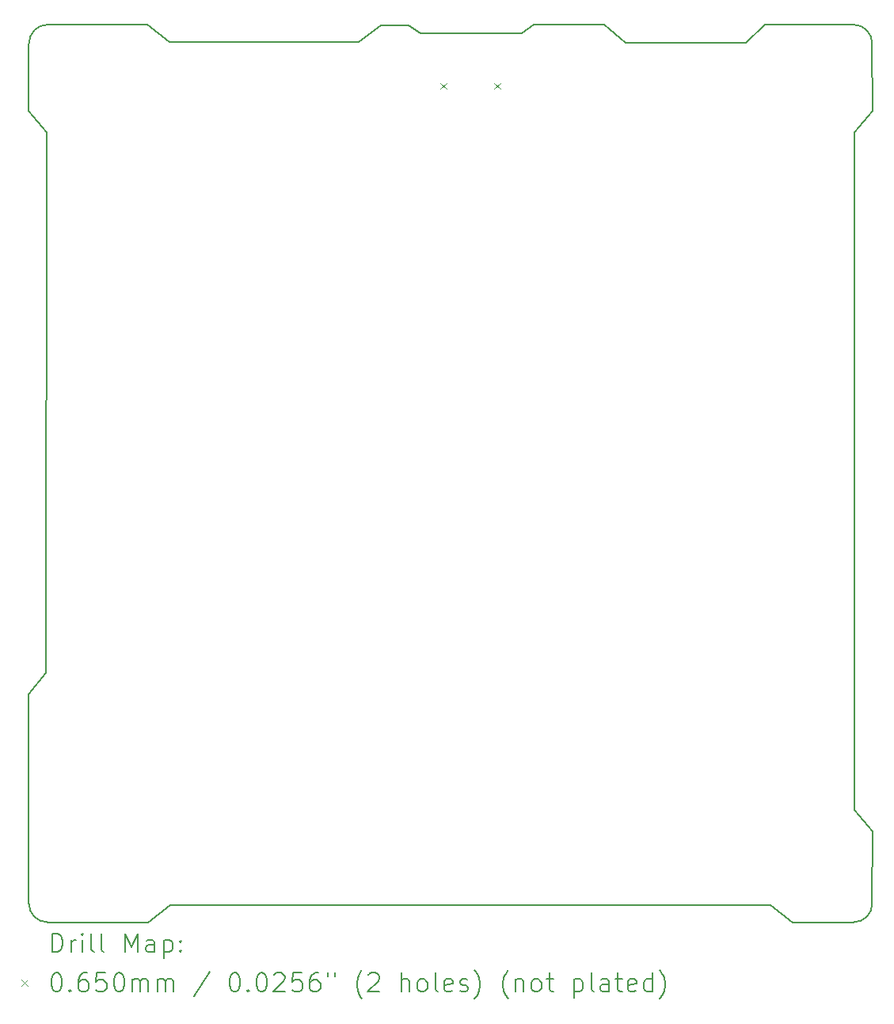
<source format=gbr>
%TF.GenerationSoftware,KiCad,Pcbnew,8.0.8*%
%TF.CreationDate,2025-03-29T21:42:38-04:00*%
%TF.ProjectId,ADCS_board,41444353-5f62-46f6-9172-642e6b696361,v1.2*%
%TF.SameCoordinates,Original*%
%TF.FileFunction,Drillmap*%
%TF.FilePolarity,Positive*%
%FSLAX45Y45*%
G04 Gerber Fmt 4.5, Leading zero omitted, Abs format (unit mm)*
G04 Created by KiCad (PCBNEW 8.0.8) date 2025-03-29 21:42:38*
%MOMM*%
%LPD*%
G01*
G04 APERTURE LIST*
%ADD10C,0.150000*%
%ADD11C,0.200000*%
%ADD12C,0.100000*%
G04 APERTURE END LIST*
D10*
X9833610Y-5448910D02*
G75*
G02*
X10033610Y-5248910I200000J0D01*
G01*
X10033610Y-14837410D02*
G75*
G02*
X9833610Y-14637410I0J200000D01*
G01*
X18850610Y-14637410D02*
G75*
G02*
X18650610Y-14837410I-200000J0D01*
G01*
X15227610Y-5249910D02*
X15100610Y-5338810D01*
X14021110Y-5338810D02*
X13893110Y-5252720D01*
X11100160Y-5249020D02*
X10033610Y-5248910D01*
X18650610Y-5248910D02*
G75*
G02*
X18850610Y-5448910I0J-200000D01*
G01*
X15983160Y-5249910D02*
X15227610Y-5249910D01*
X9830020Y-12404840D02*
X9833610Y-14637410D01*
X15100610Y-5338810D02*
X14021110Y-5338810D01*
X11343640Y-14650720D02*
X11109960Y-14838680D01*
X18850610Y-5448910D02*
X18851880Y-6167120D01*
X18851880Y-13868400D02*
X18850610Y-14637410D01*
X18650610Y-14837410D02*
X17998440Y-14837410D01*
X11109960Y-14838680D02*
X10033610Y-14837410D01*
X10017980Y-12171160D02*
X10023000Y-6400800D01*
X17500000Y-5438980D02*
X17700000Y-5248910D01*
X11333840Y-5436980D02*
X13360400Y-5436980D01*
X17762830Y-14650720D02*
X11343640Y-14650720D01*
X9833610Y-5448910D02*
X9833020Y-6167120D01*
X13893110Y-5252720D02*
X13594080Y-5252720D01*
X16216840Y-5438980D02*
X15983160Y-5249910D01*
X10023000Y-6400800D02*
X9833020Y-6167120D01*
X13360400Y-5436980D02*
X13594080Y-5252720D01*
X18658840Y-13634720D02*
X18851880Y-13868400D01*
X18663920Y-6400800D02*
X18851880Y-6167120D01*
X10017980Y-12171160D02*
X9830020Y-12404840D01*
X11333840Y-5436980D02*
X11100160Y-5249020D01*
X18663920Y-6400800D02*
X18663920Y-8605520D01*
X17762830Y-14650720D02*
X17998440Y-14837410D01*
X18650610Y-5248910D02*
X17700000Y-5248910D01*
X16216840Y-5438980D02*
X17500000Y-5438980D01*
X18663920Y-8605520D02*
X18658840Y-13634720D01*
D11*
D12*
X14234200Y-5872800D02*
X14299200Y-5937800D01*
X14299200Y-5872800D02*
X14234200Y-5937800D01*
X14811200Y-5872800D02*
X14876200Y-5937800D01*
X14876200Y-5872800D02*
X14811200Y-5937800D01*
D11*
X10083297Y-15157664D02*
X10083297Y-14957664D01*
X10083297Y-14957664D02*
X10130916Y-14957664D01*
X10130916Y-14957664D02*
X10159487Y-14967188D01*
X10159487Y-14967188D02*
X10178535Y-14986235D01*
X10178535Y-14986235D02*
X10188059Y-15005283D01*
X10188059Y-15005283D02*
X10197583Y-15043378D01*
X10197583Y-15043378D02*
X10197583Y-15071949D01*
X10197583Y-15071949D02*
X10188059Y-15110045D01*
X10188059Y-15110045D02*
X10178535Y-15129092D01*
X10178535Y-15129092D02*
X10159487Y-15148140D01*
X10159487Y-15148140D02*
X10130916Y-15157664D01*
X10130916Y-15157664D02*
X10083297Y-15157664D01*
X10283297Y-15157664D02*
X10283297Y-15024330D01*
X10283297Y-15062426D02*
X10292821Y-15043378D01*
X10292821Y-15043378D02*
X10302344Y-15033854D01*
X10302344Y-15033854D02*
X10321392Y-15024330D01*
X10321392Y-15024330D02*
X10340440Y-15024330D01*
X10407106Y-15157664D02*
X10407106Y-15024330D01*
X10407106Y-14957664D02*
X10397583Y-14967188D01*
X10397583Y-14967188D02*
X10407106Y-14976711D01*
X10407106Y-14976711D02*
X10416630Y-14967188D01*
X10416630Y-14967188D02*
X10407106Y-14957664D01*
X10407106Y-14957664D02*
X10407106Y-14976711D01*
X10530916Y-15157664D02*
X10511868Y-15148140D01*
X10511868Y-15148140D02*
X10502344Y-15129092D01*
X10502344Y-15129092D02*
X10502344Y-14957664D01*
X10635678Y-15157664D02*
X10616630Y-15148140D01*
X10616630Y-15148140D02*
X10607106Y-15129092D01*
X10607106Y-15129092D02*
X10607106Y-14957664D01*
X10864249Y-15157664D02*
X10864249Y-14957664D01*
X10864249Y-14957664D02*
X10930916Y-15100521D01*
X10930916Y-15100521D02*
X10997583Y-14957664D01*
X10997583Y-14957664D02*
X10997583Y-15157664D01*
X11178535Y-15157664D02*
X11178535Y-15052902D01*
X11178535Y-15052902D02*
X11169011Y-15033854D01*
X11169011Y-15033854D02*
X11149964Y-15024330D01*
X11149964Y-15024330D02*
X11111868Y-15024330D01*
X11111868Y-15024330D02*
X11092821Y-15033854D01*
X11178535Y-15148140D02*
X11159487Y-15157664D01*
X11159487Y-15157664D02*
X11111868Y-15157664D01*
X11111868Y-15157664D02*
X11092821Y-15148140D01*
X11092821Y-15148140D02*
X11083297Y-15129092D01*
X11083297Y-15129092D02*
X11083297Y-15110045D01*
X11083297Y-15110045D02*
X11092821Y-15090997D01*
X11092821Y-15090997D02*
X11111868Y-15081473D01*
X11111868Y-15081473D02*
X11159487Y-15081473D01*
X11159487Y-15081473D02*
X11178535Y-15071949D01*
X11273773Y-15024330D02*
X11273773Y-15224330D01*
X11273773Y-15033854D02*
X11292821Y-15024330D01*
X11292821Y-15024330D02*
X11330916Y-15024330D01*
X11330916Y-15024330D02*
X11349963Y-15033854D01*
X11349963Y-15033854D02*
X11359487Y-15043378D01*
X11359487Y-15043378D02*
X11369011Y-15062426D01*
X11369011Y-15062426D02*
X11369011Y-15119568D01*
X11369011Y-15119568D02*
X11359487Y-15138616D01*
X11359487Y-15138616D02*
X11349963Y-15148140D01*
X11349963Y-15148140D02*
X11330916Y-15157664D01*
X11330916Y-15157664D02*
X11292821Y-15157664D01*
X11292821Y-15157664D02*
X11273773Y-15148140D01*
X11454725Y-15138616D02*
X11464249Y-15148140D01*
X11464249Y-15148140D02*
X11454725Y-15157664D01*
X11454725Y-15157664D02*
X11445202Y-15148140D01*
X11445202Y-15148140D02*
X11454725Y-15138616D01*
X11454725Y-15138616D02*
X11454725Y-15157664D01*
X11454725Y-15033854D02*
X11464249Y-15043378D01*
X11464249Y-15043378D02*
X11454725Y-15052902D01*
X11454725Y-15052902D02*
X11445202Y-15043378D01*
X11445202Y-15043378D02*
X11454725Y-15033854D01*
X11454725Y-15033854D02*
X11454725Y-15052902D01*
D12*
X9757520Y-15453680D02*
X9822520Y-15518680D01*
X9822520Y-15453680D02*
X9757520Y-15518680D01*
D11*
X10121392Y-15377664D02*
X10140440Y-15377664D01*
X10140440Y-15377664D02*
X10159487Y-15387188D01*
X10159487Y-15387188D02*
X10169011Y-15396711D01*
X10169011Y-15396711D02*
X10178535Y-15415759D01*
X10178535Y-15415759D02*
X10188059Y-15453854D01*
X10188059Y-15453854D02*
X10188059Y-15501473D01*
X10188059Y-15501473D02*
X10178535Y-15539568D01*
X10178535Y-15539568D02*
X10169011Y-15558616D01*
X10169011Y-15558616D02*
X10159487Y-15568140D01*
X10159487Y-15568140D02*
X10140440Y-15577664D01*
X10140440Y-15577664D02*
X10121392Y-15577664D01*
X10121392Y-15577664D02*
X10102344Y-15568140D01*
X10102344Y-15568140D02*
X10092821Y-15558616D01*
X10092821Y-15558616D02*
X10083297Y-15539568D01*
X10083297Y-15539568D02*
X10073773Y-15501473D01*
X10073773Y-15501473D02*
X10073773Y-15453854D01*
X10073773Y-15453854D02*
X10083297Y-15415759D01*
X10083297Y-15415759D02*
X10092821Y-15396711D01*
X10092821Y-15396711D02*
X10102344Y-15387188D01*
X10102344Y-15387188D02*
X10121392Y-15377664D01*
X10273773Y-15558616D02*
X10283297Y-15568140D01*
X10283297Y-15568140D02*
X10273773Y-15577664D01*
X10273773Y-15577664D02*
X10264249Y-15568140D01*
X10264249Y-15568140D02*
X10273773Y-15558616D01*
X10273773Y-15558616D02*
X10273773Y-15577664D01*
X10454725Y-15377664D02*
X10416630Y-15377664D01*
X10416630Y-15377664D02*
X10397583Y-15387188D01*
X10397583Y-15387188D02*
X10388059Y-15396711D01*
X10388059Y-15396711D02*
X10369011Y-15425283D01*
X10369011Y-15425283D02*
X10359487Y-15463378D01*
X10359487Y-15463378D02*
X10359487Y-15539568D01*
X10359487Y-15539568D02*
X10369011Y-15558616D01*
X10369011Y-15558616D02*
X10378535Y-15568140D01*
X10378535Y-15568140D02*
X10397583Y-15577664D01*
X10397583Y-15577664D02*
X10435678Y-15577664D01*
X10435678Y-15577664D02*
X10454725Y-15568140D01*
X10454725Y-15568140D02*
X10464249Y-15558616D01*
X10464249Y-15558616D02*
X10473773Y-15539568D01*
X10473773Y-15539568D02*
X10473773Y-15491949D01*
X10473773Y-15491949D02*
X10464249Y-15472902D01*
X10464249Y-15472902D02*
X10454725Y-15463378D01*
X10454725Y-15463378D02*
X10435678Y-15453854D01*
X10435678Y-15453854D02*
X10397583Y-15453854D01*
X10397583Y-15453854D02*
X10378535Y-15463378D01*
X10378535Y-15463378D02*
X10369011Y-15472902D01*
X10369011Y-15472902D02*
X10359487Y-15491949D01*
X10654725Y-15377664D02*
X10559487Y-15377664D01*
X10559487Y-15377664D02*
X10549964Y-15472902D01*
X10549964Y-15472902D02*
X10559487Y-15463378D01*
X10559487Y-15463378D02*
X10578535Y-15453854D01*
X10578535Y-15453854D02*
X10626154Y-15453854D01*
X10626154Y-15453854D02*
X10645202Y-15463378D01*
X10645202Y-15463378D02*
X10654725Y-15472902D01*
X10654725Y-15472902D02*
X10664249Y-15491949D01*
X10664249Y-15491949D02*
X10664249Y-15539568D01*
X10664249Y-15539568D02*
X10654725Y-15558616D01*
X10654725Y-15558616D02*
X10645202Y-15568140D01*
X10645202Y-15568140D02*
X10626154Y-15577664D01*
X10626154Y-15577664D02*
X10578535Y-15577664D01*
X10578535Y-15577664D02*
X10559487Y-15568140D01*
X10559487Y-15568140D02*
X10549964Y-15558616D01*
X10788059Y-15377664D02*
X10807106Y-15377664D01*
X10807106Y-15377664D02*
X10826154Y-15387188D01*
X10826154Y-15387188D02*
X10835678Y-15396711D01*
X10835678Y-15396711D02*
X10845202Y-15415759D01*
X10845202Y-15415759D02*
X10854725Y-15453854D01*
X10854725Y-15453854D02*
X10854725Y-15501473D01*
X10854725Y-15501473D02*
X10845202Y-15539568D01*
X10845202Y-15539568D02*
X10835678Y-15558616D01*
X10835678Y-15558616D02*
X10826154Y-15568140D01*
X10826154Y-15568140D02*
X10807106Y-15577664D01*
X10807106Y-15577664D02*
X10788059Y-15577664D01*
X10788059Y-15577664D02*
X10769011Y-15568140D01*
X10769011Y-15568140D02*
X10759487Y-15558616D01*
X10759487Y-15558616D02*
X10749964Y-15539568D01*
X10749964Y-15539568D02*
X10740440Y-15501473D01*
X10740440Y-15501473D02*
X10740440Y-15453854D01*
X10740440Y-15453854D02*
X10749964Y-15415759D01*
X10749964Y-15415759D02*
X10759487Y-15396711D01*
X10759487Y-15396711D02*
X10769011Y-15387188D01*
X10769011Y-15387188D02*
X10788059Y-15377664D01*
X10940440Y-15577664D02*
X10940440Y-15444330D01*
X10940440Y-15463378D02*
X10949964Y-15453854D01*
X10949964Y-15453854D02*
X10969011Y-15444330D01*
X10969011Y-15444330D02*
X10997583Y-15444330D01*
X10997583Y-15444330D02*
X11016630Y-15453854D01*
X11016630Y-15453854D02*
X11026154Y-15472902D01*
X11026154Y-15472902D02*
X11026154Y-15577664D01*
X11026154Y-15472902D02*
X11035678Y-15453854D01*
X11035678Y-15453854D02*
X11054725Y-15444330D01*
X11054725Y-15444330D02*
X11083297Y-15444330D01*
X11083297Y-15444330D02*
X11102345Y-15453854D01*
X11102345Y-15453854D02*
X11111868Y-15472902D01*
X11111868Y-15472902D02*
X11111868Y-15577664D01*
X11207106Y-15577664D02*
X11207106Y-15444330D01*
X11207106Y-15463378D02*
X11216630Y-15453854D01*
X11216630Y-15453854D02*
X11235678Y-15444330D01*
X11235678Y-15444330D02*
X11264249Y-15444330D01*
X11264249Y-15444330D02*
X11283297Y-15453854D01*
X11283297Y-15453854D02*
X11292821Y-15472902D01*
X11292821Y-15472902D02*
X11292821Y-15577664D01*
X11292821Y-15472902D02*
X11302344Y-15453854D01*
X11302344Y-15453854D02*
X11321392Y-15444330D01*
X11321392Y-15444330D02*
X11349963Y-15444330D01*
X11349963Y-15444330D02*
X11369011Y-15453854D01*
X11369011Y-15453854D02*
X11378535Y-15472902D01*
X11378535Y-15472902D02*
X11378535Y-15577664D01*
X11769011Y-15368140D02*
X11597583Y-15625283D01*
X12026154Y-15377664D02*
X12045202Y-15377664D01*
X12045202Y-15377664D02*
X12064249Y-15387188D01*
X12064249Y-15387188D02*
X12073773Y-15396711D01*
X12073773Y-15396711D02*
X12083297Y-15415759D01*
X12083297Y-15415759D02*
X12092821Y-15453854D01*
X12092821Y-15453854D02*
X12092821Y-15501473D01*
X12092821Y-15501473D02*
X12083297Y-15539568D01*
X12083297Y-15539568D02*
X12073773Y-15558616D01*
X12073773Y-15558616D02*
X12064249Y-15568140D01*
X12064249Y-15568140D02*
X12045202Y-15577664D01*
X12045202Y-15577664D02*
X12026154Y-15577664D01*
X12026154Y-15577664D02*
X12007106Y-15568140D01*
X12007106Y-15568140D02*
X11997583Y-15558616D01*
X11997583Y-15558616D02*
X11988059Y-15539568D01*
X11988059Y-15539568D02*
X11978535Y-15501473D01*
X11978535Y-15501473D02*
X11978535Y-15453854D01*
X11978535Y-15453854D02*
X11988059Y-15415759D01*
X11988059Y-15415759D02*
X11997583Y-15396711D01*
X11997583Y-15396711D02*
X12007106Y-15387188D01*
X12007106Y-15387188D02*
X12026154Y-15377664D01*
X12178535Y-15558616D02*
X12188059Y-15568140D01*
X12188059Y-15568140D02*
X12178535Y-15577664D01*
X12178535Y-15577664D02*
X12169011Y-15568140D01*
X12169011Y-15568140D02*
X12178535Y-15558616D01*
X12178535Y-15558616D02*
X12178535Y-15577664D01*
X12311868Y-15377664D02*
X12330916Y-15377664D01*
X12330916Y-15377664D02*
X12349964Y-15387188D01*
X12349964Y-15387188D02*
X12359487Y-15396711D01*
X12359487Y-15396711D02*
X12369011Y-15415759D01*
X12369011Y-15415759D02*
X12378535Y-15453854D01*
X12378535Y-15453854D02*
X12378535Y-15501473D01*
X12378535Y-15501473D02*
X12369011Y-15539568D01*
X12369011Y-15539568D02*
X12359487Y-15558616D01*
X12359487Y-15558616D02*
X12349964Y-15568140D01*
X12349964Y-15568140D02*
X12330916Y-15577664D01*
X12330916Y-15577664D02*
X12311868Y-15577664D01*
X12311868Y-15577664D02*
X12292821Y-15568140D01*
X12292821Y-15568140D02*
X12283297Y-15558616D01*
X12283297Y-15558616D02*
X12273773Y-15539568D01*
X12273773Y-15539568D02*
X12264249Y-15501473D01*
X12264249Y-15501473D02*
X12264249Y-15453854D01*
X12264249Y-15453854D02*
X12273773Y-15415759D01*
X12273773Y-15415759D02*
X12283297Y-15396711D01*
X12283297Y-15396711D02*
X12292821Y-15387188D01*
X12292821Y-15387188D02*
X12311868Y-15377664D01*
X12454726Y-15396711D02*
X12464249Y-15387188D01*
X12464249Y-15387188D02*
X12483297Y-15377664D01*
X12483297Y-15377664D02*
X12530916Y-15377664D01*
X12530916Y-15377664D02*
X12549964Y-15387188D01*
X12549964Y-15387188D02*
X12559487Y-15396711D01*
X12559487Y-15396711D02*
X12569011Y-15415759D01*
X12569011Y-15415759D02*
X12569011Y-15434807D01*
X12569011Y-15434807D02*
X12559487Y-15463378D01*
X12559487Y-15463378D02*
X12445202Y-15577664D01*
X12445202Y-15577664D02*
X12569011Y-15577664D01*
X12749964Y-15377664D02*
X12654726Y-15377664D01*
X12654726Y-15377664D02*
X12645202Y-15472902D01*
X12645202Y-15472902D02*
X12654726Y-15463378D01*
X12654726Y-15463378D02*
X12673773Y-15453854D01*
X12673773Y-15453854D02*
X12721392Y-15453854D01*
X12721392Y-15453854D02*
X12740440Y-15463378D01*
X12740440Y-15463378D02*
X12749964Y-15472902D01*
X12749964Y-15472902D02*
X12759487Y-15491949D01*
X12759487Y-15491949D02*
X12759487Y-15539568D01*
X12759487Y-15539568D02*
X12749964Y-15558616D01*
X12749964Y-15558616D02*
X12740440Y-15568140D01*
X12740440Y-15568140D02*
X12721392Y-15577664D01*
X12721392Y-15577664D02*
X12673773Y-15577664D01*
X12673773Y-15577664D02*
X12654726Y-15568140D01*
X12654726Y-15568140D02*
X12645202Y-15558616D01*
X12930916Y-15377664D02*
X12892821Y-15377664D01*
X12892821Y-15377664D02*
X12873773Y-15387188D01*
X12873773Y-15387188D02*
X12864249Y-15396711D01*
X12864249Y-15396711D02*
X12845202Y-15425283D01*
X12845202Y-15425283D02*
X12835678Y-15463378D01*
X12835678Y-15463378D02*
X12835678Y-15539568D01*
X12835678Y-15539568D02*
X12845202Y-15558616D01*
X12845202Y-15558616D02*
X12854726Y-15568140D01*
X12854726Y-15568140D02*
X12873773Y-15577664D01*
X12873773Y-15577664D02*
X12911868Y-15577664D01*
X12911868Y-15577664D02*
X12930916Y-15568140D01*
X12930916Y-15568140D02*
X12940440Y-15558616D01*
X12940440Y-15558616D02*
X12949964Y-15539568D01*
X12949964Y-15539568D02*
X12949964Y-15491949D01*
X12949964Y-15491949D02*
X12940440Y-15472902D01*
X12940440Y-15472902D02*
X12930916Y-15463378D01*
X12930916Y-15463378D02*
X12911868Y-15453854D01*
X12911868Y-15453854D02*
X12873773Y-15453854D01*
X12873773Y-15453854D02*
X12854726Y-15463378D01*
X12854726Y-15463378D02*
X12845202Y-15472902D01*
X12845202Y-15472902D02*
X12835678Y-15491949D01*
X13026154Y-15377664D02*
X13026154Y-15415759D01*
X13102345Y-15377664D02*
X13102345Y-15415759D01*
X13397583Y-15653854D02*
X13388059Y-15644330D01*
X13388059Y-15644330D02*
X13369011Y-15615759D01*
X13369011Y-15615759D02*
X13359488Y-15596711D01*
X13359488Y-15596711D02*
X13349964Y-15568140D01*
X13349964Y-15568140D02*
X13340440Y-15520521D01*
X13340440Y-15520521D02*
X13340440Y-15482426D01*
X13340440Y-15482426D02*
X13349964Y-15434807D01*
X13349964Y-15434807D02*
X13359488Y-15406235D01*
X13359488Y-15406235D02*
X13369011Y-15387188D01*
X13369011Y-15387188D02*
X13388059Y-15358616D01*
X13388059Y-15358616D02*
X13397583Y-15349092D01*
X13464249Y-15396711D02*
X13473773Y-15387188D01*
X13473773Y-15387188D02*
X13492821Y-15377664D01*
X13492821Y-15377664D02*
X13540440Y-15377664D01*
X13540440Y-15377664D02*
X13559488Y-15387188D01*
X13559488Y-15387188D02*
X13569011Y-15396711D01*
X13569011Y-15396711D02*
X13578535Y-15415759D01*
X13578535Y-15415759D02*
X13578535Y-15434807D01*
X13578535Y-15434807D02*
X13569011Y-15463378D01*
X13569011Y-15463378D02*
X13454726Y-15577664D01*
X13454726Y-15577664D02*
X13578535Y-15577664D01*
X13816630Y-15577664D02*
X13816630Y-15377664D01*
X13902345Y-15577664D02*
X13902345Y-15472902D01*
X13902345Y-15472902D02*
X13892821Y-15453854D01*
X13892821Y-15453854D02*
X13873773Y-15444330D01*
X13873773Y-15444330D02*
X13845202Y-15444330D01*
X13845202Y-15444330D02*
X13826154Y-15453854D01*
X13826154Y-15453854D02*
X13816630Y-15463378D01*
X14026154Y-15577664D02*
X14007107Y-15568140D01*
X14007107Y-15568140D02*
X13997583Y-15558616D01*
X13997583Y-15558616D02*
X13988059Y-15539568D01*
X13988059Y-15539568D02*
X13988059Y-15482426D01*
X13988059Y-15482426D02*
X13997583Y-15463378D01*
X13997583Y-15463378D02*
X14007107Y-15453854D01*
X14007107Y-15453854D02*
X14026154Y-15444330D01*
X14026154Y-15444330D02*
X14054726Y-15444330D01*
X14054726Y-15444330D02*
X14073773Y-15453854D01*
X14073773Y-15453854D02*
X14083297Y-15463378D01*
X14083297Y-15463378D02*
X14092821Y-15482426D01*
X14092821Y-15482426D02*
X14092821Y-15539568D01*
X14092821Y-15539568D02*
X14083297Y-15558616D01*
X14083297Y-15558616D02*
X14073773Y-15568140D01*
X14073773Y-15568140D02*
X14054726Y-15577664D01*
X14054726Y-15577664D02*
X14026154Y-15577664D01*
X14207107Y-15577664D02*
X14188059Y-15568140D01*
X14188059Y-15568140D02*
X14178535Y-15549092D01*
X14178535Y-15549092D02*
X14178535Y-15377664D01*
X14359488Y-15568140D02*
X14340440Y-15577664D01*
X14340440Y-15577664D02*
X14302345Y-15577664D01*
X14302345Y-15577664D02*
X14283297Y-15568140D01*
X14283297Y-15568140D02*
X14273773Y-15549092D01*
X14273773Y-15549092D02*
X14273773Y-15472902D01*
X14273773Y-15472902D02*
X14283297Y-15453854D01*
X14283297Y-15453854D02*
X14302345Y-15444330D01*
X14302345Y-15444330D02*
X14340440Y-15444330D01*
X14340440Y-15444330D02*
X14359488Y-15453854D01*
X14359488Y-15453854D02*
X14369011Y-15472902D01*
X14369011Y-15472902D02*
X14369011Y-15491949D01*
X14369011Y-15491949D02*
X14273773Y-15510997D01*
X14445202Y-15568140D02*
X14464250Y-15577664D01*
X14464250Y-15577664D02*
X14502345Y-15577664D01*
X14502345Y-15577664D02*
X14521392Y-15568140D01*
X14521392Y-15568140D02*
X14530916Y-15549092D01*
X14530916Y-15549092D02*
X14530916Y-15539568D01*
X14530916Y-15539568D02*
X14521392Y-15520521D01*
X14521392Y-15520521D02*
X14502345Y-15510997D01*
X14502345Y-15510997D02*
X14473773Y-15510997D01*
X14473773Y-15510997D02*
X14454726Y-15501473D01*
X14454726Y-15501473D02*
X14445202Y-15482426D01*
X14445202Y-15482426D02*
X14445202Y-15472902D01*
X14445202Y-15472902D02*
X14454726Y-15453854D01*
X14454726Y-15453854D02*
X14473773Y-15444330D01*
X14473773Y-15444330D02*
X14502345Y-15444330D01*
X14502345Y-15444330D02*
X14521392Y-15453854D01*
X14597583Y-15653854D02*
X14607107Y-15644330D01*
X14607107Y-15644330D02*
X14626154Y-15615759D01*
X14626154Y-15615759D02*
X14635678Y-15596711D01*
X14635678Y-15596711D02*
X14645202Y-15568140D01*
X14645202Y-15568140D02*
X14654726Y-15520521D01*
X14654726Y-15520521D02*
X14654726Y-15482426D01*
X14654726Y-15482426D02*
X14645202Y-15434807D01*
X14645202Y-15434807D02*
X14635678Y-15406235D01*
X14635678Y-15406235D02*
X14626154Y-15387188D01*
X14626154Y-15387188D02*
X14607107Y-15358616D01*
X14607107Y-15358616D02*
X14597583Y-15349092D01*
X14959488Y-15653854D02*
X14949964Y-15644330D01*
X14949964Y-15644330D02*
X14930916Y-15615759D01*
X14930916Y-15615759D02*
X14921392Y-15596711D01*
X14921392Y-15596711D02*
X14911869Y-15568140D01*
X14911869Y-15568140D02*
X14902345Y-15520521D01*
X14902345Y-15520521D02*
X14902345Y-15482426D01*
X14902345Y-15482426D02*
X14911869Y-15434807D01*
X14911869Y-15434807D02*
X14921392Y-15406235D01*
X14921392Y-15406235D02*
X14930916Y-15387188D01*
X14930916Y-15387188D02*
X14949964Y-15358616D01*
X14949964Y-15358616D02*
X14959488Y-15349092D01*
X15035678Y-15444330D02*
X15035678Y-15577664D01*
X15035678Y-15463378D02*
X15045202Y-15453854D01*
X15045202Y-15453854D02*
X15064250Y-15444330D01*
X15064250Y-15444330D02*
X15092821Y-15444330D01*
X15092821Y-15444330D02*
X15111869Y-15453854D01*
X15111869Y-15453854D02*
X15121392Y-15472902D01*
X15121392Y-15472902D02*
X15121392Y-15577664D01*
X15245202Y-15577664D02*
X15226154Y-15568140D01*
X15226154Y-15568140D02*
X15216631Y-15558616D01*
X15216631Y-15558616D02*
X15207107Y-15539568D01*
X15207107Y-15539568D02*
X15207107Y-15482426D01*
X15207107Y-15482426D02*
X15216631Y-15463378D01*
X15216631Y-15463378D02*
X15226154Y-15453854D01*
X15226154Y-15453854D02*
X15245202Y-15444330D01*
X15245202Y-15444330D02*
X15273773Y-15444330D01*
X15273773Y-15444330D02*
X15292821Y-15453854D01*
X15292821Y-15453854D02*
X15302345Y-15463378D01*
X15302345Y-15463378D02*
X15311869Y-15482426D01*
X15311869Y-15482426D02*
X15311869Y-15539568D01*
X15311869Y-15539568D02*
X15302345Y-15558616D01*
X15302345Y-15558616D02*
X15292821Y-15568140D01*
X15292821Y-15568140D02*
X15273773Y-15577664D01*
X15273773Y-15577664D02*
X15245202Y-15577664D01*
X15369012Y-15444330D02*
X15445202Y-15444330D01*
X15397583Y-15377664D02*
X15397583Y-15549092D01*
X15397583Y-15549092D02*
X15407107Y-15568140D01*
X15407107Y-15568140D02*
X15426154Y-15577664D01*
X15426154Y-15577664D02*
X15445202Y-15577664D01*
X15664250Y-15444330D02*
X15664250Y-15644330D01*
X15664250Y-15453854D02*
X15683297Y-15444330D01*
X15683297Y-15444330D02*
X15721393Y-15444330D01*
X15721393Y-15444330D02*
X15740440Y-15453854D01*
X15740440Y-15453854D02*
X15749964Y-15463378D01*
X15749964Y-15463378D02*
X15759488Y-15482426D01*
X15759488Y-15482426D02*
X15759488Y-15539568D01*
X15759488Y-15539568D02*
X15749964Y-15558616D01*
X15749964Y-15558616D02*
X15740440Y-15568140D01*
X15740440Y-15568140D02*
X15721393Y-15577664D01*
X15721393Y-15577664D02*
X15683297Y-15577664D01*
X15683297Y-15577664D02*
X15664250Y-15568140D01*
X15873773Y-15577664D02*
X15854726Y-15568140D01*
X15854726Y-15568140D02*
X15845202Y-15549092D01*
X15845202Y-15549092D02*
X15845202Y-15377664D01*
X16035678Y-15577664D02*
X16035678Y-15472902D01*
X16035678Y-15472902D02*
X16026154Y-15453854D01*
X16026154Y-15453854D02*
X16007107Y-15444330D01*
X16007107Y-15444330D02*
X15969012Y-15444330D01*
X15969012Y-15444330D02*
X15949964Y-15453854D01*
X16035678Y-15568140D02*
X16016631Y-15577664D01*
X16016631Y-15577664D02*
X15969012Y-15577664D01*
X15969012Y-15577664D02*
X15949964Y-15568140D01*
X15949964Y-15568140D02*
X15940440Y-15549092D01*
X15940440Y-15549092D02*
X15940440Y-15530045D01*
X15940440Y-15530045D02*
X15949964Y-15510997D01*
X15949964Y-15510997D02*
X15969012Y-15501473D01*
X15969012Y-15501473D02*
X16016631Y-15501473D01*
X16016631Y-15501473D02*
X16035678Y-15491949D01*
X16102345Y-15444330D02*
X16178535Y-15444330D01*
X16130916Y-15377664D02*
X16130916Y-15549092D01*
X16130916Y-15549092D02*
X16140440Y-15568140D01*
X16140440Y-15568140D02*
X16159488Y-15577664D01*
X16159488Y-15577664D02*
X16178535Y-15577664D01*
X16321393Y-15568140D02*
X16302345Y-15577664D01*
X16302345Y-15577664D02*
X16264250Y-15577664D01*
X16264250Y-15577664D02*
X16245202Y-15568140D01*
X16245202Y-15568140D02*
X16235678Y-15549092D01*
X16235678Y-15549092D02*
X16235678Y-15472902D01*
X16235678Y-15472902D02*
X16245202Y-15453854D01*
X16245202Y-15453854D02*
X16264250Y-15444330D01*
X16264250Y-15444330D02*
X16302345Y-15444330D01*
X16302345Y-15444330D02*
X16321393Y-15453854D01*
X16321393Y-15453854D02*
X16330916Y-15472902D01*
X16330916Y-15472902D02*
X16330916Y-15491949D01*
X16330916Y-15491949D02*
X16235678Y-15510997D01*
X16502345Y-15577664D02*
X16502345Y-15377664D01*
X16502345Y-15568140D02*
X16483297Y-15577664D01*
X16483297Y-15577664D02*
X16445202Y-15577664D01*
X16445202Y-15577664D02*
X16426154Y-15568140D01*
X16426154Y-15568140D02*
X16416631Y-15558616D01*
X16416631Y-15558616D02*
X16407107Y-15539568D01*
X16407107Y-15539568D02*
X16407107Y-15482426D01*
X16407107Y-15482426D02*
X16416631Y-15463378D01*
X16416631Y-15463378D02*
X16426154Y-15453854D01*
X16426154Y-15453854D02*
X16445202Y-15444330D01*
X16445202Y-15444330D02*
X16483297Y-15444330D01*
X16483297Y-15444330D02*
X16502345Y-15453854D01*
X16578535Y-15653854D02*
X16588059Y-15644330D01*
X16588059Y-15644330D02*
X16607107Y-15615759D01*
X16607107Y-15615759D02*
X16616631Y-15596711D01*
X16616631Y-15596711D02*
X16626154Y-15568140D01*
X16626154Y-15568140D02*
X16635678Y-15520521D01*
X16635678Y-15520521D02*
X16635678Y-15482426D01*
X16635678Y-15482426D02*
X16626154Y-15434807D01*
X16626154Y-15434807D02*
X16616631Y-15406235D01*
X16616631Y-15406235D02*
X16607107Y-15387188D01*
X16607107Y-15387188D02*
X16588059Y-15358616D01*
X16588059Y-15358616D02*
X16578535Y-15349092D01*
M02*

</source>
